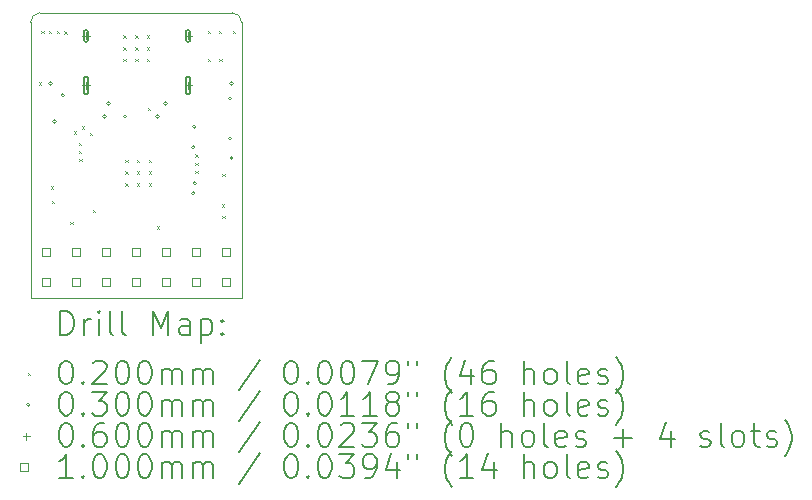
<source format=gbr>
%FSLAX45Y45*%
G04 Gerber Fmt 4.5, Leading zero omitted, Abs format (unit mm)*
G04 Created by KiCad (PCBNEW (6.0.4)) date 2022-07-06 17:37:41*
%MOMM*%
%LPD*%
G01*
G04 APERTURE LIST*
%TA.AperFunction,Profile*%
%ADD10C,0.100000*%
%TD*%
%ADD11C,0.200000*%
%ADD12C,0.020000*%
%ADD13C,0.030000*%
%ADD14C,0.060000*%
%ADD15C,0.100000*%
G04 APERTURE END LIST*
D10*
X13376000Y-6601000D02*
G75*
G03*
X13296000Y-6681000I0J-80000D01*
G01*
X15083000Y-6681000D02*
X15083000Y-9012000D01*
X15083000Y-9012000D02*
X13296000Y-9012000D01*
X15083000Y-6681000D02*
G75*
G03*
X15003000Y-6601000I-80000J0D01*
G01*
X13296000Y-9012000D02*
X13296000Y-6681000D01*
X13376000Y-6601000D02*
X15003000Y-6601000D01*
D11*
D12*
X13365000Y-7190000D02*
X13385000Y-7210000D01*
X13385000Y-7190000D02*
X13365000Y-7210000D01*
X13387500Y-6756000D02*
X13407500Y-6776000D01*
X13407500Y-6756000D02*
X13387500Y-6776000D01*
X13452500Y-6756000D02*
X13472500Y-6776000D01*
X13472500Y-6756000D02*
X13452500Y-6776000D01*
X13469000Y-8070000D02*
X13489000Y-8090000D01*
X13489000Y-8070000D02*
X13469000Y-8090000D01*
X13474000Y-8191000D02*
X13494000Y-8211000D01*
X13494000Y-8191000D02*
X13474000Y-8211000D01*
X13517500Y-6756000D02*
X13537500Y-6776000D01*
X13537500Y-6756000D02*
X13517500Y-6776000D01*
X13582500Y-6757000D02*
X13602500Y-6777000D01*
X13602500Y-6757000D02*
X13582500Y-6777000D01*
X13631000Y-8372000D02*
X13651000Y-8392000D01*
X13651000Y-8372000D02*
X13631000Y-8392000D01*
X13662000Y-7604000D02*
X13682000Y-7624000D01*
X13682000Y-7604000D02*
X13662000Y-7624000D01*
X13703000Y-7703000D02*
X13723000Y-7723000D01*
X13723000Y-7703000D02*
X13703000Y-7723000D01*
X13704000Y-7770000D02*
X13724000Y-7790000D01*
X13724000Y-7770000D02*
X13704000Y-7790000D01*
X13706950Y-7837000D02*
X13726950Y-7857000D01*
X13726950Y-7837000D02*
X13706950Y-7857000D01*
X13728000Y-7562000D02*
X13748000Y-7582000D01*
X13748000Y-7562000D02*
X13728000Y-7582000D01*
X13800000Y-7619000D02*
X13820000Y-7639000D01*
X13820000Y-7619000D02*
X13800000Y-7639000D01*
X13825000Y-8272000D02*
X13845000Y-8292000D01*
X13845000Y-8272000D02*
X13825000Y-8292000D01*
X14082500Y-6793000D02*
X14102500Y-6813000D01*
X14102500Y-6793000D02*
X14082500Y-6813000D01*
X14082500Y-6893000D02*
X14102500Y-6913000D01*
X14102500Y-6893000D02*
X14082500Y-6913000D01*
X14082500Y-6993000D02*
X14102500Y-7013000D01*
X14102500Y-6993000D02*
X14082500Y-7013000D01*
X14097000Y-7844000D02*
X14117000Y-7864000D01*
X14117000Y-7844000D02*
X14097000Y-7864000D01*
X14097000Y-7944000D02*
X14117000Y-7964000D01*
X14117000Y-7944000D02*
X14097000Y-7964000D01*
X14097000Y-8044000D02*
X14117000Y-8064000D01*
X14117000Y-8044000D02*
X14097000Y-8064000D01*
X14182500Y-6793000D02*
X14202500Y-6813000D01*
X14202500Y-6793000D02*
X14182500Y-6813000D01*
X14182500Y-6893000D02*
X14202500Y-6913000D01*
X14202500Y-6893000D02*
X14182500Y-6913000D01*
X14182500Y-6993000D02*
X14202500Y-7013000D01*
X14202500Y-6993000D02*
X14182500Y-7013000D01*
X14197000Y-7844000D02*
X14217000Y-7864000D01*
X14217000Y-7844000D02*
X14197000Y-7864000D01*
X14197000Y-7944000D02*
X14217000Y-7964000D01*
X14217000Y-7944000D02*
X14197000Y-7964000D01*
X14197000Y-8044000D02*
X14217000Y-8064000D01*
X14217000Y-8044000D02*
X14197000Y-8064000D01*
X14282500Y-6793000D02*
X14302500Y-6813000D01*
X14302500Y-6793000D02*
X14282500Y-6813000D01*
X14282500Y-6893000D02*
X14302500Y-6913000D01*
X14302500Y-6893000D02*
X14282500Y-6913000D01*
X14282500Y-6993000D02*
X14302500Y-7013000D01*
X14302500Y-6993000D02*
X14282500Y-7013000D01*
X14290000Y-7406000D02*
X14310000Y-7426000D01*
X14310000Y-7406000D02*
X14290000Y-7426000D01*
X14297000Y-7844000D02*
X14317000Y-7864000D01*
X14317000Y-7844000D02*
X14297000Y-7864000D01*
X14297000Y-7944000D02*
X14317000Y-7964000D01*
X14317000Y-7944000D02*
X14297000Y-7964000D01*
X14297000Y-8044000D02*
X14317000Y-8064000D01*
X14317000Y-8044000D02*
X14297000Y-8064000D01*
X14362000Y-8408000D02*
X14382000Y-8428000D01*
X14382000Y-8408000D02*
X14362000Y-8428000D01*
X14690000Y-7800000D02*
X14710000Y-7820000D01*
X14710000Y-7800000D02*
X14690000Y-7820000D01*
X14690000Y-7871000D02*
X14710000Y-7891000D01*
X14710000Y-7871000D02*
X14690000Y-7891000D01*
X14690000Y-7940000D02*
X14710000Y-7960000D01*
X14710000Y-7940000D02*
X14690000Y-7960000D01*
X14797000Y-6755000D02*
X14817000Y-6775000D01*
X14817000Y-6755000D02*
X14797000Y-6775000D01*
X14797000Y-6991000D02*
X14817000Y-7011000D01*
X14817000Y-6991000D02*
X14797000Y-7011000D01*
X14892000Y-6754000D02*
X14912000Y-6774000D01*
X14912000Y-6754000D02*
X14892000Y-6774000D01*
X14893000Y-6990000D02*
X14913000Y-7010000D01*
X14913000Y-6990000D02*
X14893000Y-7010000D01*
X14915000Y-8223000D02*
X14935000Y-8243000D01*
X14935000Y-8223000D02*
X14915000Y-8243000D01*
X14920000Y-7964000D02*
X14940000Y-7984000D01*
X14940000Y-7964000D02*
X14920000Y-7984000D01*
X14920000Y-8321000D02*
X14940000Y-8341000D01*
X14940000Y-8321000D02*
X14920000Y-8341000D01*
X15007000Y-6755000D02*
X15027000Y-6775000D01*
X15027000Y-6755000D02*
X15007000Y-6775000D01*
D13*
X13477500Y-7200000D02*
G75*
G03*
X13477500Y-7200000I-15000J0D01*
G01*
X13513000Y-7523000D02*
G75*
G03*
X13513000Y-7523000I-15000J0D01*
G01*
X13584000Y-7300000D02*
G75*
G03*
X13584000Y-7300000I-15000J0D01*
G01*
X13937000Y-7480000D02*
G75*
G03*
X13937000Y-7480000I-15000J0D01*
G01*
X13972000Y-7370000D02*
G75*
G03*
X13972000Y-7370000I-15000J0D01*
G01*
X14111000Y-7480000D02*
G75*
G03*
X14111000Y-7480000I-15000J0D01*
G01*
X14387000Y-7480000D02*
G75*
G03*
X14387000Y-7480000I-15000J0D01*
G01*
X14453000Y-7369000D02*
G75*
G03*
X14453000Y-7369000I-15000J0D01*
G01*
X14688000Y-7740000D02*
G75*
G03*
X14688000Y-7740000I-15000J0D01*
G01*
X14689000Y-8130000D02*
G75*
G03*
X14689000Y-8130000I-15000J0D01*
G01*
X14697000Y-7565000D02*
G75*
G03*
X14697000Y-7565000I-15000J0D01*
G01*
X14702000Y-8045000D02*
G75*
G03*
X14702000Y-8045000I-15000J0D01*
G01*
X14999000Y-7327000D02*
G75*
G03*
X14999000Y-7327000I-15000J0D01*
G01*
X14999000Y-7667000D02*
G75*
G03*
X14999000Y-7667000I-15000J0D01*
G01*
X15012000Y-7200000D02*
G75*
G03*
X15012000Y-7200000I-15000J0D01*
G01*
X15012000Y-7831000D02*
G75*
G03*
X15012000Y-7831000I-15000J0D01*
G01*
D14*
X13765000Y-6767000D02*
X13765000Y-6827000D01*
X13735000Y-6797000D02*
X13795000Y-6797000D01*
D11*
X13785000Y-6827000D02*
X13785000Y-6767000D01*
X13745000Y-6827000D02*
X13745000Y-6767000D01*
X13785000Y-6767000D02*
G75*
G03*
X13745000Y-6767000I-20000J0D01*
G01*
X13745000Y-6827000D02*
G75*
G03*
X13785000Y-6827000I20000J0D01*
G01*
D14*
X13765000Y-7185000D02*
X13765000Y-7245000D01*
X13735000Y-7215000D02*
X13795000Y-7215000D01*
D11*
X13785000Y-7270000D02*
X13785000Y-7160000D01*
X13745000Y-7270000D02*
X13745000Y-7160000D01*
X13785000Y-7160000D02*
G75*
G03*
X13745000Y-7160000I-20000J0D01*
G01*
X13745000Y-7270000D02*
G75*
G03*
X13785000Y-7270000I20000J0D01*
G01*
D14*
X14629000Y-6767000D02*
X14629000Y-6827000D01*
X14599000Y-6797000D02*
X14659000Y-6797000D01*
D11*
X14649000Y-6827000D02*
X14649000Y-6767000D01*
X14609000Y-6827000D02*
X14609000Y-6767000D01*
X14649000Y-6767000D02*
G75*
G03*
X14609000Y-6767000I-20000J0D01*
G01*
X14609000Y-6827000D02*
G75*
G03*
X14649000Y-6827000I20000J0D01*
G01*
D14*
X14629000Y-7185000D02*
X14629000Y-7245000D01*
X14599000Y-7215000D02*
X14659000Y-7215000D01*
D11*
X14649000Y-7270000D02*
X14649000Y-7160000D01*
X14609000Y-7270000D02*
X14609000Y-7160000D01*
X14649000Y-7160000D02*
G75*
G03*
X14609000Y-7160000I-20000J0D01*
G01*
X14609000Y-7270000D02*
G75*
G03*
X14649000Y-7270000I20000J0D01*
G01*
D15*
X13461856Y-8660856D02*
X13461856Y-8590144D01*
X13391144Y-8590144D01*
X13391144Y-8660856D01*
X13461856Y-8660856D01*
X13461856Y-8914856D02*
X13461856Y-8844144D01*
X13391144Y-8844144D01*
X13391144Y-8914856D01*
X13461856Y-8914856D01*
X13715856Y-8660856D02*
X13715856Y-8590144D01*
X13645144Y-8590144D01*
X13645144Y-8660856D01*
X13715856Y-8660856D01*
X13715856Y-8914856D02*
X13715856Y-8844144D01*
X13645144Y-8844144D01*
X13645144Y-8914856D01*
X13715856Y-8914856D01*
X13969856Y-8660856D02*
X13969856Y-8590144D01*
X13899144Y-8590144D01*
X13899144Y-8660856D01*
X13969856Y-8660856D01*
X13969856Y-8914856D02*
X13969856Y-8844144D01*
X13899144Y-8844144D01*
X13899144Y-8914856D01*
X13969856Y-8914856D01*
X14223856Y-8660856D02*
X14223856Y-8590144D01*
X14153144Y-8590144D01*
X14153144Y-8660856D01*
X14223856Y-8660856D01*
X14223856Y-8914856D02*
X14223856Y-8844144D01*
X14153144Y-8844144D01*
X14153144Y-8914856D01*
X14223856Y-8914856D01*
X14477856Y-8660856D02*
X14477856Y-8590144D01*
X14407144Y-8590144D01*
X14407144Y-8660856D01*
X14477856Y-8660856D01*
X14477856Y-8914856D02*
X14477856Y-8844144D01*
X14407144Y-8844144D01*
X14407144Y-8914856D01*
X14477856Y-8914856D01*
X14731856Y-8660856D02*
X14731856Y-8590144D01*
X14661144Y-8590144D01*
X14661144Y-8660856D01*
X14731856Y-8660856D01*
X14731856Y-8914856D02*
X14731856Y-8844144D01*
X14661144Y-8844144D01*
X14661144Y-8914856D01*
X14731856Y-8914856D01*
X14985856Y-8660856D02*
X14985856Y-8590144D01*
X14915144Y-8590144D01*
X14915144Y-8660856D01*
X14985856Y-8660856D01*
X14985856Y-8914856D02*
X14985856Y-8844144D01*
X14915144Y-8844144D01*
X14915144Y-8914856D01*
X14985856Y-8914856D01*
D11*
X13548619Y-9327476D02*
X13548619Y-9127476D01*
X13596238Y-9127476D01*
X13624809Y-9137000D01*
X13643857Y-9156048D01*
X13653381Y-9175095D01*
X13662905Y-9213190D01*
X13662905Y-9241762D01*
X13653381Y-9279857D01*
X13643857Y-9298905D01*
X13624809Y-9317952D01*
X13596238Y-9327476D01*
X13548619Y-9327476D01*
X13748619Y-9327476D02*
X13748619Y-9194143D01*
X13748619Y-9232238D02*
X13758143Y-9213190D01*
X13767667Y-9203667D01*
X13786714Y-9194143D01*
X13805762Y-9194143D01*
X13872428Y-9327476D02*
X13872428Y-9194143D01*
X13872428Y-9127476D02*
X13862905Y-9137000D01*
X13872428Y-9146524D01*
X13881952Y-9137000D01*
X13872428Y-9127476D01*
X13872428Y-9146524D01*
X13996238Y-9327476D02*
X13977190Y-9317952D01*
X13967667Y-9298905D01*
X13967667Y-9127476D01*
X14101000Y-9327476D02*
X14081952Y-9317952D01*
X14072428Y-9298905D01*
X14072428Y-9127476D01*
X14329571Y-9327476D02*
X14329571Y-9127476D01*
X14396238Y-9270333D01*
X14462905Y-9127476D01*
X14462905Y-9327476D01*
X14643857Y-9327476D02*
X14643857Y-9222714D01*
X14634333Y-9203667D01*
X14615286Y-9194143D01*
X14577190Y-9194143D01*
X14558143Y-9203667D01*
X14643857Y-9317952D02*
X14624809Y-9327476D01*
X14577190Y-9327476D01*
X14558143Y-9317952D01*
X14548619Y-9298905D01*
X14548619Y-9279857D01*
X14558143Y-9260810D01*
X14577190Y-9251286D01*
X14624809Y-9251286D01*
X14643857Y-9241762D01*
X14739095Y-9194143D02*
X14739095Y-9394143D01*
X14739095Y-9203667D02*
X14758143Y-9194143D01*
X14796238Y-9194143D01*
X14815286Y-9203667D01*
X14824809Y-9213190D01*
X14834333Y-9232238D01*
X14834333Y-9289381D01*
X14824809Y-9308429D01*
X14815286Y-9317952D01*
X14796238Y-9327476D01*
X14758143Y-9327476D01*
X14739095Y-9317952D01*
X14920048Y-9308429D02*
X14929571Y-9317952D01*
X14920048Y-9327476D01*
X14910524Y-9317952D01*
X14920048Y-9308429D01*
X14920048Y-9327476D01*
X14920048Y-9203667D02*
X14929571Y-9213190D01*
X14920048Y-9222714D01*
X14910524Y-9213190D01*
X14920048Y-9203667D01*
X14920048Y-9222714D01*
D12*
X13271000Y-9647000D02*
X13291000Y-9667000D01*
X13291000Y-9647000D02*
X13271000Y-9667000D01*
D11*
X13586714Y-9547476D02*
X13605762Y-9547476D01*
X13624809Y-9557000D01*
X13634333Y-9566524D01*
X13643857Y-9585571D01*
X13653381Y-9623667D01*
X13653381Y-9671286D01*
X13643857Y-9709381D01*
X13634333Y-9728429D01*
X13624809Y-9737952D01*
X13605762Y-9747476D01*
X13586714Y-9747476D01*
X13567667Y-9737952D01*
X13558143Y-9728429D01*
X13548619Y-9709381D01*
X13539095Y-9671286D01*
X13539095Y-9623667D01*
X13548619Y-9585571D01*
X13558143Y-9566524D01*
X13567667Y-9557000D01*
X13586714Y-9547476D01*
X13739095Y-9728429D02*
X13748619Y-9737952D01*
X13739095Y-9747476D01*
X13729571Y-9737952D01*
X13739095Y-9728429D01*
X13739095Y-9747476D01*
X13824809Y-9566524D02*
X13834333Y-9557000D01*
X13853381Y-9547476D01*
X13901000Y-9547476D01*
X13920048Y-9557000D01*
X13929571Y-9566524D01*
X13939095Y-9585571D01*
X13939095Y-9604619D01*
X13929571Y-9633190D01*
X13815286Y-9747476D01*
X13939095Y-9747476D01*
X14062905Y-9547476D02*
X14081952Y-9547476D01*
X14101000Y-9557000D01*
X14110524Y-9566524D01*
X14120048Y-9585571D01*
X14129571Y-9623667D01*
X14129571Y-9671286D01*
X14120048Y-9709381D01*
X14110524Y-9728429D01*
X14101000Y-9737952D01*
X14081952Y-9747476D01*
X14062905Y-9747476D01*
X14043857Y-9737952D01*
X14034333Y-9728429D01*
X14024809Y-9709381D01*
X14015286Y-9671286D01*
X14015286Y-9623667D01*
X14024809Y-9585571D01*
X14034333Y-9566524D01*
X14043857Y-9557000D01*
X14062905Y-9547476D01*
X14253381Y-9547476D02*
X14272428Y-9547476D01*
X14291476Y-9557000D01*
X14301000Y-9566524D01*
X14310524Y-9585571D01*
X14320048Y-9623667D01*
X14320048Y-9671286D01*
X14310524Y-9709381D01*
X14301000Y-9728429D01*
X14291476Y-9737952D01*
X14272428Y-9747476D01*
X14253381Y-9747476D01*
X14234333Y-9737952D01*
X14224809Y-9728429D01*
X14215286Y-9709381D01*
X14205762Y-9671286D01*
X14205762Y-9623667D01*
X14215286Y-9585571D01*
X14224809Y-9566524D01*
X14234333Y-9557000D01*
X14253381Y-9547476D01*
X14405762Y-9747476D02*
X14405762Y-9614143D01*
X14405762Y-9633190D02*
X14415286Y-9623667D01*
X14434333Y-9614143D01*
X14462905Y-9614143D01*
X14481952Y-9623667D01*
X14491476Y-9642714D01*
X14491476Y-9747476D01*
X14491476Y-9642714D02*
X14501000Y-9623667D01*
X14520048Y-9614143D01*
X14548619Y-9614143D01*
X14567667Y-9623667D01*
X14577190Y-9642714D01*
X14577190Y-9747476D01*
X14672428Y-9747476D02*
X14672428Y-9614143D01*
X14672428Y-9633190D02*
X14681952Y-9623667D01*
X14701000Y-9614143D01*
X14729571Y-9614143D01*
X14748619Y-9623667D01*
X14758143Y-9642714D01*
X14758143Y-9747476D01*
X14758143Y-9642714D02*
X14767667Y-9623667D01*
X14786714Y-9614143D01*
X14815286Y-9614143D01*
X14834333Y-9623667D01*
X14843857Y-9642714D01*
X14843857Y-9747476D01*
X15234333Y-9537952D02*
X15062905Y-9795095D01*
X15491476Y-9547476D02*
X15510524Y-9547476D01*
X15529571Y-9557000D01*
X15539095Y-9566524D01*
X15548619Y-9585571D01*
X15558143Y-9623667D01*
X15558143Y-9671286D01*
X15548619Y-9709381D01*
X15539095Y-9728429D01*
X15529571Y-9737952D01*
X15510524Y-9747476D01*
X15491476Y-9747476D01*
X15472428Y-9737952D01*
X15462905Y-9728429D01*
X15453381Y-9709381D01*
X15443857Y-9671286D01*
X15443857Y-9623667D01*
X15453381Y-9585571D01*
X15462905Y-9566524D01*
X15472428Y-9557000D01*
X15491476Y-9547476D01*
X15643857Y-9728429D02*
X15653381Y-9737952D01*
X15643857Y-9747476D01*
X15634333Y-9737952D01*
X15643857Y-9728429D01*
X15643857Y-9747476D01*
X15777190Y-9547476D02*
X15796238Y-9547476D01*
X15815286Y-9557000D01*
X15824809Y-9566524D01*
X15834333Y-9585571D01*
X15843857Y-9623667D01*
X15843857Y-9671286D01*
X15834333Y-9709381D01*
X15824809Y-9728429D01*
X15815286Y-9737952D01*
X15796238Y-9747476D01*
X15777190Y-9747476D01*
X15758143Y-9737952D01*
X15748619Y-9728429D01*
X15739095Y-9709381D01*
X15729571Y-9671286D01*
X15729571Y-9623667D01*
X15739095Y-9585571D01*
X15748619Y-9566524D01*
X15758143Y-9557000D01*
X15777190Y-9547476D01*
X15967667Y-9547476D02*
X15986714Y-9547476D01*
X16005762Y-9557000D01*
X16015286Y-9566524D01*
X16024809Y-9585571D01*
X16034333Y-9623667D01*
X16034333Y-9671286D01*
X16024809Y-9709381D01*
X16015286Y-9728429D01*
X16005762Y-9737952D01*
X15986714Y-9747476D01*
X15967667Y-9747476D01*
X15948619Y-9737952D01*
X15939095Y-9728429D01*
X15929571Y-9709381D01*
X15920048Y-9671286D01*
X15920048Y-9623667D01*
X15929571Y-9585571D01*
X15939095Y-9566524D01*
X15948619Y-9557000D01*
X15967667Y-9547476D01*
X16101000Y-9547476D02*
X16234333Y-9547476D01*
X16148619Y-9747476D01*
X16320048Y-9747476D02*
X16358143Y-9747476D01*
X16377190Y-9737952D01*
X16386714Y-9728429D01*
X16405762Y-9699857D01*
X16415286Y-9661762D01*
X16415286Y-9585571D01*
X16405762Y-9566524D01*
X16396238Y-9557000D01*
X16377190Y-9547476D01*
X16339095Y-9547476D01*
X16320048Y-9557000D01*
X16310524Y-9566524D01*
X16301000Y-9585571D01*
X16301000Y-9633190D01*
X16310524Y-9652238D01*
X16320048Y-9661762D01*
X16339095Y-9671286D01*
X16377190Y-9671286D01*
X16396238Y-9661762D01*
X16405762Y-9652238D01*
X16415286Y-9633190D01*
X16491476Y-9547476D02*
X16491476Y-9585571D01*
X16567667Y-9547476D02*
X16567667Y-9585571D01*
X16862905Y-9823667D02*
X16853381Y-9814143D01*
X16834333Y-9785571D01*
X16824810Y-9766524D01*
X16815286Y-9737952D01*
X16805762Y-9690333D01*
X16805762Y-9652238D01*
X16815286Y-9604619D01*
X16824810Y-9576048D01*
X16834333Y-9557000D01*
X16853381Y-9528429D01*
X16862905Y-9518905D01*
X17024810Y-9614143D02*
X17024810Y-9747476D01*
X16977190Y-9537952D02*
X16929571Y-9680810D01*
X17053381Y-9680810D01*
X17215286Y-9547476D02*
X17177190Y-9547476D01*
X17158143Y-9557000D01*
X17148619Y-9566524D01*
X17129571Y-9595095D01*
X17120048Y-9633190D01*
X17120048Y-9709381D01*
X17129571Y-9728429D01*
X17139095Y-9737952D01*
X17158143Y-9747476D01*
X17196238Y-9747476D01*
X17215286Y-9737952D01*
X17224810Y-9728429D01*
X17234333Y-9709381D01*
X17234333Y-9661762D01*
X17224810Y-9642714D01*
X17215286Y-9633190D01*
X17196238Y-9623667D01*
X17158143Y-9623667D01*
X17139095Y-9633190D01*
X17129571Y-9642714D01*
X17120048Y-9661762D01*
X17472429Y-9747476D02*
X17472429Y-9547476D01*
X17558143Y-9747476D02*
X17558143Y-9642714D01*
X17548619Y-9623667D01*
X17529571Y-9614143D01*
X17501000Y-9614143D01*
X17481952Y-9623667D01*
X17472429Y-9633190D01*
X17681952Y-9747476D02*
X17662905Y-9737952D01*
X17653381Y-9728429D01*
X17643857Y-9709381D01*
X17643857Y-9652238D01*
X17653381Y-9633190D01*
X17662905Y-9623667D01*
X17681952Y-9614143D01*
X17710524Y-9614143D01*
X17729571Y-9623667D01*
X17739095Y-9633190D01*
X17748619Y-9652238D01*
X17748619Y-9709381D01*
X17739095Y-9728429D01*
X17729571Y-9737952D01*
X17710524Y-9747476D01*
X17681952Y-9747476D01*
X17862905Y-9747476D02*
X17843857Y-9737952D01*
X17834333Y-9718905D01*
X17834333Y-9547476D01*
X18015286Y-9737952D02*
X17996238Y-9747476D01*
X17958143Y-9747476D01*
X17939095Y-9737952D01*
X17929571Y-9718905D01*
X17929571Y-9642714D01*
X17939095Y-9623667D01*
X17958143Y-9614143D01*
X17996238Y-9614143D01*
X18015286Y-9623667D01*
X18024810Y-9642714D01*
X18024810Y-9661762D01*
X17929571Y-9680810D01*
X18101000Y-9737952D02*
X18120048Y-9747476D01*
X18158143Y-9747476D01*
X18177190Y-9737952D01*
X18186714Y-9718905D01*
X18186714Y-9709381D01*
X18177190Y-9690333D01*
X18158143Y-9680810D01*
X18129571Y-9680810D01*
X18110524Y-9671286D01*
X18101000Y-9652238D01*
X18101000Y-9642714D01*
X18110524Y-9623667D01*
X18129571Y-9614143D01*
X18158143Y-9614143D01*
X18177190Y-9623667D01*
X18253381Y-9823667D02*
X18262905Y-9814143D01*
X18281952Y-9785571D01*
X18291476Y-9766524D01*
X18301000Y-9737952D01*
X18310524Y-9690333D01*
X18310524Y-9652238D01*
X18301000Y-9604619D01*
X18291476Y-9576048D01*
X18281952Y-9557000D01*
X18262905Y-9528429D01*
X18253381Y-9518905D01*
D13*
X13291000Y-9921000D02*
G75*
G03*
X13291000Y-9921000I-15000J0D01*
G01*
D11*
X13586714Y-9811476D02*
X13605762Y-9811476D01*
X13624809Y-9821000D01*
X13634333Y-9830524D01*
X13643857Y-9849571D01*
X13653381Y-9887667D01*
X13653381Y-9935286D01*
X13643857Y-9973381D01*
X13634333Y-9992429D01*
X13624809Y-10001952D01*
X13605762Y-10011476D01*
X13586714Y-10011476D01*
X13567667Y-10001952D01*
X13558143Y-9992429D01*
X13548619Y-9973381D01*
X13539095Y-9935286D01*
X13539095Y-9887667D01*
X13548619Y-9849571D01*
X13558143Y-9830524D01*
X13567667Y-9821000D01*
X13586714Y-9811476D01*
X13739095Y-9992429D02*
X13748619Y-10001952D01*
X13739095Y-10011476D01*
X13729571Y-10001952D01*
X13739095Y-9992429D01*
X13739095Y-10011476D01*
X13815286Y-9811476D02*
X13939095Y-9811476D01*
X13872428Y-9887667D01*
X13901000Y-9887667D01*
X13920048Y-9897190D01*
X13929571Y-9906714D01*
X13939095Y-9925762D01*
X13939095Y-9973381D01*
X13929571Y-9992429D01*
X13920048Y-10001952D01*
X13901000Y-10011476D01*
X13843857Y-10011476D01*
X13824809Y-10001952D01*
X13815286Y-9992429D01*
X14062905Y-9811476D02*
X14081952Y-9811476D01*
X14101000Y-9821000D01*
X14110524Y-9830524D01*
X14120048Y-9849571D01*
X14129571Y-9887667D01*
X14129571Y-9935286D01*
X14120048Y-9973381D01*
X14110524Y-9992429D01*
X14101000Y-10001952D01*
X14081952Y-10011476D01*
X14062905Y-10011476D01*
X14043857Y-10001952D01*
X14034333Y-9992429D01*
X14024809Y-9973381D01*
X14015286Y-9935286D01*
X14015286Y-9887667D01*
X14024809Y-9849571D01*
X14034333Y-9830524D01*
X14043857Y-9821000D01*
X14062905Y-9811476D01*
X14253381Y-9811476D02*
X14272428Y-9811476D01*
X14291476Y-9821000D01*
X14301000Y-9830524D01*
X14310524Y-9849571D01*
X14320048Y-9887667D01*
X14320048Y-9935286D01*
X14310524Y-9973381D01*
X14301000Y-9992429D01*
X14291476Y-10001952D01*
X14272428Y-10011476D01*
X14253381Y-10011476D01*
X14234333Y-10001952D01*
X14224809Y-9992429D01*
X14215286Y-9973381D01*
X14205762Y-9935286D01*
X14205762Y-9887667D01*
X14215286Y-9849571D01*
X14224809Y-9830524D01*
X14234333Y-9821000D01*
X14253381Y-9811476D01*
X14405762Y-10011476D02*
X14405762Y-9878143D01*
X14405762Y-9897190D02*
X14415286Y-9887667D01*
X14434333Y-9878143D01*
X14462905Y-9878143D01*
X14481952Y-9887667D01*
X14491476Y-9906714D01*
X14491476Y-10011476D01*
X14491476Y-9906714D02*
X14501000Y-9887667D01*
X14520048Y-9878143D01*
X14548619Y-9878143D01*
X14567667Y-9887667D01*
X14577190Y-9906714D01*
X14577190Y-10011476D01*
X14672428Y-10011476D02*
X14672428Y-9878143D01*
X14672428Y-9897190D02*
X14681952Y-9887667D01*
X14701000Y-9878143D01*
X14729571Y-9878143D01*
X14748619Y-9887667D01*
X14758143Y-9906714D01*
X14758143Y-10011476D01*
X14758143Y-9906714D02*
X14767667Y-9887667D01*
X14786714Y-9878143D01*
X14815286Y-9878143D01*
X14834333Y-9887667D01*
X14843857Y-9906714D01*
X14843857Y-10011476D01*
X15234333Y-9801952D02*
X15062905Y-10059095D01*
X15491476Y-9811476D02*
X15510524Y-9811476D01*
X15529571Y-9821000D01*
X15539095Y-9830524D01*
X15548619Y-9849571D01*
X15558143Y-9887667D01*
X15558143Y-9935286D01*
X15548619Y-9973381D01*
X15539095Y-9992429D01*
X15529571Y-10001952D01*
X15510524Y-10011476D01*
X15491476Y-10011476D01*
X15472428Y-10001952D01*
X15462905Y-9992429D01*
X15453381Y-9973381D01*
X15443857Y-9935286D01*
X15443857Y-9887667D01*
X15453381Y-9849571D01*
X15462905Y-9830524D01*
X15472428Y-9821000D01*
X15491476Y-9811476D01*
X15643857Y-9992429D02*
X15653381Y-10001952D01*
X15643857Y-10011476D01*
X15634333Y-10001952D01*
X15643857Y-9992429D01*
X15643857Y-10011476D01*
X15777190Y-9811476D02*
X15796238Y-9811476D01*
X15815286Y-9821000D01*
X15824809Y-9830524D01*
X15834333Y-9849571D01*
X15843857Y-9887667D01*
X15843857Y-9935286D01*
X15834333Y-9973381D01*
X15824809Y-9992429D01*
X15815286Y-10001952D01*
X15796238Y-10011476D01*
X15777190Y-10011476D01*
X15758143Y-10001952D01*
X15748619Y-9992429D01*
X15739095Y-9973381D01*
X15729571Y-9935286D01*
X15729571Y-9887667D01*
X15739095Y-9849571D01*
X15748619Y-9830524D01*
X15758143Y-9821000D01*
X15777190Y-9811476D01*
X16034333Y-10011476D02*
X15920048Y-10011476D01*
X15977190Y-10011476D02*
X15977190Y-9811476D01*
X15958143Y-9840048D01*
X15939095Y-9859095D01*
X15920048Y-9868619D01*
X16224809Y-10011476D02*
X16110524Y-10011476D01*
X16167667Y-10011476D02*
X16167667Y-9811476D01*
X16148619Y-9840048D01*
X16129571Y-9859095D01*
X16110524Y-9868619D01*
X16339095Y-9897190D02*
X16320048Y-9887667D01*
X16310524Y-9878143D01*
X16301000Y-9859095D01*
X16301000Y-9849571D01*
X16310524Y-9830524D01*
X16320048Y-9821000D01*
X16339095Y-9811476D01*
X16377190Y-9811476D01*
X16396238Y-9821000D01*
X16405762Y-9830524D01*
X16415286Y-9849571D01*
X16415286Y-9859095D01*
X16405762Y-9878143D01*
X16396238Y-9887667D01*
X16377190Y-9897190D01*
X16339095Y-9897190D01*
X16320048Y-9906714D01*
X16310524Y-9916238D01*
X16301000Y-9935286D01*
X16301000Y-9973381D01*
X16310524Y-9992429D01*
X16320048Y-10001952D01*
X16339095Y-10011476D01*
X16377190Y-10011476D01*
X16396238Y-10001952D01*
X16405762Y-9992429D01*
X16415286Y-9973381D01*
X16415286Y-9935286D01*
X16405762Y-9916238D01*
X16396238Y-9906714D01*
X16377190Y-9897190D01*
X16491476Y-9811476D02*
X16491476Y-9849571D01*
X16567667Y-9811476D02*
X16567667Y-9849571D01*
X16862905Y-10087667D02*
X16853381Y-10078143D01*
X16834333Y-10049571D01*
X16824810Y-10030524D01*
X16815286Y-10001952D01*
X16805762Y-9954333D01*
X16805762Y-9916238D01*
X16815286Y-9868619D01*
X16824810Y-9840048D01*
X16834333Y-9821000D01*
X16853381Y-9792429D01*
X16862905Y-9782905D01*
X17043857Y-10011476D02*
X16929571Y-10011476D01*
X16986714Y-10011476D02*
X16986714Y-9811476D01*
X16967667Y-9840048D01*
X16948619Y-9859095D01*
X16929571Y-9868619D01*
X17215286Y-9811476D02*
X17177190Y-9811476D01*
X17158143Y-9821000D01*
X17148619Y-9830524D01*
X17129571Y-9859095D01*
X17120048Y-9897190D01*
X17120048Y-9973381D01*
X17129571Y-9992429D01*
X17139095Y-10001952D01*
X17158143Y-10011476D01*
X17196238Y-10011476D01*
X17215286Y-10001952D01*
X17224810Y-9992429D01*
X17234333Y-9973381D01*
X17234333Y-9925762D01*
X17224810Y-9906714D01*
X17215286Y-9897190D01*
X17196238Y-9887667D01*
X17158143Y-9887667D01*
X17139095Y-9897190D01*
X17129571Y-9906714D01*
X17120048Y-9925762D01*
X17472429Y-10011476D02*
X17472429Y-9811476D01*
X17558143Y-10011476D02*
X17558143Y-9906714D01*
X17548619Y-9887667D01*
X17529571Y-9878143D01*
X17501000Y-9878143D01*
X17481952Y-9887667D01*
X17472429Y-9897190D01*
X17681952Y-10011476D02*
X17662905Y-10001952D01*
X17653381Y-9992429D01*
X17643857Y-9973381D01*
X17643857Y-9916238D01*
X17653381Y-9897190D01*
X17662905Y-9887667D01*
X17681952Y-9878143D01*
X17710524Y-9878143D01*
X17729571Y-9887667D01*
X17739095Y-9897190D01*
X17748619Y-9916238D01*
X17748619Y-9973381D01*
X17739095Y-9992429D01*
X17729571Y-10001952D01*
X17710524Y-10011476D01*
X17681952Y-10011476D01*
X17862905Y-10011476D02*
X17843857Y-10001952D01*
X17834333Y-9982905D01*
X17834333Y-9811476D01*
X18015286Y-10001952D02*
X17996238Y-10011476D01*
X17958143Y-10011476D01*
X17939095Y-10001952D01*
X17929571Y-9982905D01*
X17929571Y-9906714D01*
X17939095Y-9887667D01*
X17958143Y-9878143D01*
X17996238Y-9878143D01*
X18015286Y-9887667D01*
X18024810Y-9906714D01*
X18024810Y-9925762D01*
X17929571Y-9944810D01*
X18101000Y-10001952D02*
X18120048Y-10011476D01*
X18158143Y-10011476D01*
X18177190Y-10001952D01*
X18186714Y-9982905D01*
X18186714Y-9973381D01*
X18177190Y-9954333D01*
X18158143Y-9944810D01*
X18129571Y-9944810D01*
X18110524Y-9935286D01*
X18101000Y-9916238D01*
X18101000Y-9906714D01*
X18110524Y-9887667D01*
X18129571Y-9878143D01*
X18158143Y-9878143D01*
X18177190Y-9887667D01*
X18253381Y-10087667D02*
X18262905Y-10078143D01*
X18281952Y-10049571D01*
X18291476Y-10030524D01*
X18301000Y-10001952D01*
X18310524Y-9954333D01*
X18310524Y-9916238D01*
X18301000Y-9868619D01*
X18291476Y-9840048D01*
X18281952Y-9821000D01*
X18262905Y-9792429D01*
X18253381Y-9782905D01*
D14*
X13261000Y-10155000D02*
X13261000Y-10215000D01*
X13231000Y-10185000D02*
X13291000Y-10185000D01*
D11*
X13586714Y-10075476D02*
X13605762Y-10075476D01*
X13624809Y-10085000D01*
X13634333Y-10094524D01*
X13643857Y-10113571D01*
X13653381Y-10151667D01*
X13653381Y-10199286D01*
X13643857Y-10237381D01*
X13634333Y-10256429D01*
X13624809Y-10265952D01*
X13605762Y-10275476D01*
X13586714Y-10275476D01*
X13567667Y-10265952D01*
X13558143Y-10256429D01*
X13548619Y-10237381D01*
X13539095Y-10199286D01*
X13539095Y-10151667D01*
X13548619Y-10113571D01*
X13558143Y-10094524D01*
X13567667Y-10085000D01*
X13586714Y-10075476D01*
X13739095Y-10256429D02*
X13748619Y-10265952D01*
X13739095Y-10275476D01*
X13729571Y-10265952D01*
X13739095Y-10256429D01*
X13739095Y-10275476D01*
X13920048Y-10075476D02*
X13881952Y-10075476D01*
X13862905Y-10085000D01*
X13853381Y-10094524D01*
X13834333Y-10123095D01*
X13824809Y-10161190D01*
X13824809Y-10237381D01*
X13834333Y-10256429D01*
X13843857Y-10265952D01*
X13862905Y-10275476D01*
X13901000Y-10275476D01*
X13920048Y-10265952D01*
X13929571Y-10256429D01*
X13939095Y-10237381D01*
X13939095Y-10189762D01*
X13929571Y-10170714D01*
X13920048Y-10161190D01*
X13901000Y-10151667D01*
X13862905Y-10151667D01*
X13843857Y-10161190D01*
X13834333Y-10170714D01*
X13824809Y-10189762D01*
X14062905Y-10075476D02*
X14081952Y-10075476D01*
X14101000Y-10085000D01*
X14110524Y-10094524D01*
X14120048Y-10113571D01*
X14129571Y-10151667D01*
X14129571Y-10199286D01*
X14120048Y-10237381D01*
X14110524Y-10256429D01*
X14101000Y-10265952D01*
X14081952Y-10275476D01*
X14062905Y-10275476D01*
X14043857Y-10265952D01*
X14034333Y-10256429D01*
X14024809Y-10237381D01*
X14015286Y-10199286D01*
X14015286Y-10151667D01*
X14024809Y-10113571D01*
X14034333Y-10094524D01*
X14043857Y-10085000D01*
X14062905Y-10075476D01*
X14253381Y-10075476D02*
X14272428Y-10075476D01*
X14291476Y-10085000D01*
X14301000Y-10094524D01*
X14310524Y-10113571D01*
X14320048Y-10151667D01*
X14320048Y-10199286D01*
X14310524Y-10237381D01*
X14301000Y-10256429D01*
X14291476Y-10265952D01*
X14272428Y-10275476D01*
X14253381Y-10275476D01*
X14234333Y-10265952D01*
X14224809Y-10256429D01*
X14215286Y-10237381D01*
X14205762Y-10199286D01*
X14205762Y-10151667D01*
X14215286Y-10113571D01*
X14224809Y-10094524D01*
X14234333Y-10085000D01*
X14253381Y-10075476D01*
X14405762Y-10275476D02*
X14405762Y-10142143D01*
X14405762Y-10161190D02*
X14415286Y-10151667D01*
X14434333Y-10142143D01*
X14462905Y-10142143D01*
X14481952Y-10151667D01*
X14491476Y-10170714D01*
X14491476Y-10275476D01*
X14491476Y-10170714D02*
X14501000Y-10151667D01*
X14520048Y-10142143D01*
X14548619Y-10142143D01*
X14567667Y-10151667D01*
X14577190Y-10170714D01*
X14577190Y-10275476D01*
X14672428Y-10275476D02*
X14672428Y-10142143D01*
X14672428Y-10161190D02*
X14681952Y-10151667D01*
X14701000Y-10142143D01*
X14729571Y-10142143D01*
X14748619Y-10151667D01*
X14758143Y-10170714D01*
X14758143Y-10275476D01*
X14758143Y-10170714D02*
X14767667Y-10151667D01*
X14786714Y-10142143D01*
X14815286Y-10142143D01*
X14834333Y-10151667D01*
X14843857Y-10170714D01*
X14843857Y-10275476D01*
X15234333Y-10065952D02*
X15062905Y-10323095D01*
X15491476Y-10075476D02*
X15510524Y-10075476D01*
X15529571Y-10085000D01*
X15539095Y-10094524D01*
X15548619Y-10113571D01*
X15558143Y-10151667D01*
X15558143Y-10199286D01*
X15548619Y-10237381D01*
X15539095Y-10256429D01*
X15529571Y-10265952D01*
X15510524Y-10275476D01*
X15491476Y-10275476D01*
X15472428Y-10265952D01*
X15462905Y-10256429D01*
X15453381Y-10237381D01*
X15443857Y-10199286D01*
X15443857Y-10151667D01*
X15453381Y-10113571D01*
X15462905Y-10094524D01*
X15472428Y-10085000D01*
X15491476Y-10075476D01*
X15643857Y-10256429D02*
X15653381Y-10265952D01*
X15643857Y-10275476D01*
X15634333Y-10265952D01*
X15643857Y-10256429D01*
X15643857Y-10275476D01*
X15777190Y-10075476D02*
X15796238Y-10075476D01*
X15815286Y-10085000D01*
X15824809Y-10094524D01*
X15834333Y-10113571D01*
X15843857Y-10151667D01*
X15843857Y-10199286D01*
X15834333Y-10237381D01*
X15824809Y-10256429D01*
X15815286Y-10265952D01*
X15796238Y-10275476D01*
X15777190Y-10275476D01*
X15758143Y-10265952D01*
X15748619Y-10256429D01*
X15739095Y-10237381D01*
X15729571Y-10199286D01*
X15729571Y-10151667D01*
X15739095Y-10113571D01*
X15748619Y-10094524D01*
X15758143Y-10085000D01*
X15777190Y-10075476D01*
X15920048Y-10094524D02*
X15929571Y-10085000D01*
X15948619Y-10075476D01*
X15996238Y-10075476D01*
X16015286Y-10085000D01*
X16024809Y-10094524D01*
X16034333Y-10113571D01*
X16034333Y-10132619D01*
X16024809Y-10161190D01*
X15910524Y-10275476D01*
X16034333Y-10275476D01*
X16101000Y-10075476D02*
X16224809Y-10075476D01*
X16158143Y-10151667D01*
X16186714Y-10151667D01*
X16205762Y-10161190D01*
X16215286Y-10170714D01*
X16224809Y-10189762D01*
X16224809Y-10237381D01*
X16215286Y-10256429D01*
X16205762Y-10265952D01*
X16186714Y-10275476D01*
X16129571Y-10275476D01*
X16110524Y-10265952D01*
X16101000Y-10256429D01*
X16396238Y-10075476D02*
X16358143Y-10075476D01*
X16339095Y-10085000D01*
X16329571Y-10094524D01*
X16310524Y-10123095D01*
X16301000Y-10161190D01*
X16301000Y-10237381D01*
X16310524Y-10256429D01*
X16320048Y-10265952D01*
X16339095Y-10275476D01*
X16377190Y-10275476D01*
X16396238Y-10265952D01*
X16405762Y-10256429D01*
X16415286Y-10237381D01*
X16415286Y-10189762D01*
X16405762Y-10170714D01*
X16396238Y-10161190D01*
X16377190Y-10151667D01*
X16339095Y-10151667D01*
X16320048Y-10161190D01*
X16310524Y-10170714D01*
X16301000Y-10189762D01*
X16491476Y-10075476D02*
X16491476Y-10113571D01*
X16567667Y-10075476D02*
X16567667Y-10113571D01*
X16862905Y-10351667D02*
X16853381Y-10342143D01*
X16834333Y-10313571D01*
X16824810Y-10294524D01*
X16815286Y-10265952D01*
X16805762Y-10218333D01*
X16805762Y-10180238D01*
X16815286Y-10132619D01*
X16824810Y-10104048D01*
X16834333Y-10085000D01*
X16853381Y-10056429D01*
X16862905Y-10046905D01*
X16977190Y-10075476D02*
X16996238Y-10075476D01*
X17015286Y-10085000D01*
X17024810Y-10094524D01*
X17034333Y-10113571D01*
X17043857Y-10151667D01*
X17043857Y-10199286D01*
X17034333Y-10237381D01*
X17024810Y-10256429D01*
X17015286Y-10265952D01*
X16996238Y-10275476D01*
X16977190Y-10275476D01*
X16958143Y-10265952D01*
X16948619Y-10256429D01*
X16939095Y-10237381D01*
X16929571Y-10199286D01*
X16929571Y-10151667D01*
X16939095Y-10113571D01*
X16948619Y-10094524D01*
X16958143Y-10085000D01*
X16977190Y-10075476D01*
X17281952Y-10275476D02*
X17281952Y-10075476D01*
X17367667Y-10275476D02*
X17367667Y-10170714D01*
X17358143Y-10151667D01*
X17339095Y-10142143D01*
X17310524Y-10142143D01*
X17291476Y-10151667D01*
X17281952Y-10161190D01*
X17491476Y-10275476D02*
X17472429Y-10265952D01*
X17462905Y-10256429D01*
X17453381Y-10237381D01*
X17453381Y-10180238D01*
X17462905Y-10161190D01*
X17472429Y-10151667D01*
X17491476Y-10142143D01*
X17520048Y-10142143D01*
X17539095Y-10151667D01*
X17548619Y-10161190D01*
X17558143Y-10180238D01*
X17558143Y-10237381D01*
X17548619Y-10256429D01*
X17539095Y-10265952D01*
X17520048Y-10275476D01*
X17491476Y-10275476D01*
X17672429Y-10275476D02*
X17653381Y-10265952D01*
X17643857Y-10246905D01*
X17643857Y-10075476D01*
X17824810Y-10265952D02*
X17805762Y-10275476D01*
X17767667Y-10275476D01*
X17748619Y-10265952D01*
X17739095Y-10246905D01*
X17739095Y-10170714D01*
X17748619Y-10151667D01*
X17767667Y-10142143D01*
X17805762Y-10142143D01*
X17824810Y-10151667D01*
X17834333Y-10170714D01*
X17834333Y-10189762D01*
X17739095Y-10208810D01*
X17910524Y-10265952D02*
X17929571Y-10275476D01*
X17967667Y-10275476D01*
X17986714Y-10265952D01*
X17996238Y-10246905D01*
X17996238Y-10237381D01*
X17986714Y-10218333D01*
X17967667Y-10208810D01*
X17939095Y-10208810D01*
X17920048Y-10199286D01*
X17910524Y-10180238D01*
X17910524Y-10170714D01*
X17920048Y-10151667D01*
X17939095Y-10142143D01*
X17967667Y-10142143D01*
X17986714Y-10151667D01*
X18234333Y-10199286D02*
X18386714Y-10199286D01*
X18310524Y-10275476D02*
X18310524Y-10123095D01*
X18720048Y-10142143D02*
X18720048Y-10275476D01*
X18672429Y-10065952D02*
X18624810Y-10208810D01*
X18748619Y-10208810D01*
X18967667Y-10265952D02*
X18986714Y-10275476D01*
X19024810Y-10275476D01*
X19043857Y-10265952D01*
X19053381Y-10246905D01*
X19053381Y-10237381D01*
X19043857Y-10218333D01*
X19024810Y-10208810D01*
X18996238Y-10208810D01*
X18977190Y-10199286D01*
X18967667Y-10180238D01*
X18967667Y-10170714D01*
X18977190Y-10151667D01*
X18996238Y-10142143D01*
X19024810Y-10142143D01*
X19043857Y-10151667D01*
X19167667Y-10275476D02*
X19148619Y-10265952D01*
X19139095Y-10246905D01*
X19139095Y-10075476D01*
X19272429Y-10275476D02*
X19253381Y-10265952D01*
X19243857Y-10256429D01*
X19234333Y-10237381D01*
X19234333Y-10180238D01*
X19243857Y-10161190D01*
X19253381Y-10151667D01*
X19272429Y-10142143D01*
X19301000Y-10142143D01*
X19320048Y-10151667D01*
X19329571Y-10161190D01*
X19339095Y-10180238D01*
X19339095Y-10237381D01*
X19329571Y-10256429D01*
X19320048Y-10265952D01*
X19301000Y-10275476D01*
X19272429Y-10275476D01*
X19396238Y-10142143D02*
X19472429Y-10142143D01*
X19424810Y-10075476D02*
X19424810Y-10246905D01*
X19434333Y-10265952D01*
X19453381Y-10275476D01*
X19472429Y-10275476D01*
X19529571Y-10265952D02*
X19548619Y-10275476D01*
X19586714Y-10275476D01*
X19605762Y-10265952D01*
X19615286Y-10246905D01*
X19615286Y-10237381D01*
X19605762Y-10218333D01*
X19586714Y-10208810D01*
X19558143Y-10208810D01*
X19539095Y-10199286D01*
X19529571Y-10180238D01*
X19529571Y-10170714D01*
X19539095Y-10151667D01*
X19558143Y-10142143D01*
X19586714Y-10142143D01*
X19605762Y-10151667D01*
X19681952Y-10351667D02*
X19691476Y-10342143D01*
X19710524Y-10313571D01*
X19720048Y-10294524D01*
X19729571Y-10265952D01*
X19739095Y-10218333D01*
X19739095Y-10180238D01*
X19729571Y-10132619D01*
X19720048Y-10104048D01*
X19710524Y-10085000D01*
X19691476Y-10056429D01*
X19681952Y-10046905D01*
D15*
X13276356Y-10484356D02*
X13276356Y-10413644D01*
X13205644Y-10413644D01*
X13205644Y-10484356D01*
X13276356Y-10484356D01*
D11*
X13653381Y-10539476D02*
X13539095Y-10539476D01*
X13596238Y-10539476D02*
X13596238Y-10339476D01*
X13577190Y-10368048D01*
X13558143Y-10387095D01*
X13539095Y-10396619D01*
X13739095Y-10520429D02*
X13748619Y-10529952D01*
X13739095Y-10539476D01*
X13729571Y-10529952D01*
X13739095Y-10520429D01*
X13739095Y-10539476D01*
X13872428Y-10339476D02*
X13891476Y-10339476D01*
X13910524Y-10349000D01*
X13920048Y-10358524D01*
X13929571Y-10377571D01*
X13939095Y-10415667D01*
X13939095Y-10463286D01*
X13929571Y-10501381D01*
X13920048Y-10520429D01*
X13910524Y-10529952D01*
X13891476Y-10539476D01*
X13872428Y-10539476D01*
X13853381Y-10529952D01*
X13843857Y-10520429D01*
X13834333Y-10501381D01*
X13824809Y-10463286D01*
X13824809Y-10415667D01*
X13834333Y-10377571D01*
X13843857Y-10358524D01*
X13853381Y-10349000D01*
X13872428Y-10339476D01*
X14062905Y-10339476D02*
X14081952Y-10339476D01*
X14101000Y-10349000D01*
X14110524Y-10358524D01*
X14120048Y-10377571D01*
X14129571Y-10415667D01*
X14129571Y-10463286D01*
X14120048Y-10501381D01*
X14110524Y-10520429D01*
X14101000Y-10529952D01*
X14081952Y-10539476D01*
X14062905Y-10539476D01*
X14043857Y-10529952D01*
X14034333Y-10520429D01*
X14024809Y-10501381D01*
X14015286Y-10463286D01*
X14015286Y-10415667D01*
X14024809Y-10377571D01*
X14034333Y-10358524D01*
X14043857Y-10349000D01*
X14062905Y-10339476D01*
X14253381Y-10339476D02*
X14272428Y-10339476D01*
X14291476Y-10349000D01*
X14301000Y-10358524D01*
X14310524Y-10377571D01*
X14320048Y-10415667D01*
X14320048Y-10463286D01*
X14310524Y-10501381D01*
X14301000Y-10520429D01*
X14291476Y-10529952D01*
X14272428Y-10539476D01*
X14253381Y-10539476D01*
X14234333Y-10529952D01*
X14224809Y-10520429D01*
X14215286Y-10501381D01*
X14205762Y-10463286D01*
X14205762Y-10415667D01*
X14215286Y-10377571D01*
X14224809Y-10358524D01*
X14234333Y-10349000D01*
X14253381Y-10339476D01*
X14405762Y-10539476D02*
X14405762Y-10406143D01*
X14405762Y-10425190D02*
X14415286Y-10415667D01*
X14434333Y-10406143D01*
X14462905Y-10406143D01*
X14481952Y-10415667D01*
X14491476Y-10434714D01*
X14491476Y-10539476D01*
X14491476Y-10434714D02*
X14501000Y-10415667D01*
X14520048Y-10406143D01*
X14548619Y-10406143D01*
X14567667Y-10415667D01*
X14577190Y-10434714D01*
X14577190Y-10539476D01*
X14672428Y-10539476D02*
X14672428Y-10406143D01*
X14672428Y-10425190D02*
X14681952Y-10415667D01*
X14701000Y-10406143D01*
X14729571Y-10406143D01*
X14748619Y-10415667D01*
X14758143Y-10434714D01*
X14758143Y-10539476D01*
X14758143Y-10434714D02*
X14767667Y-10415667D01*
X14786714Y-10406143D01*
X14815286Y-10406143D01*
X14834333Y-10415667D01*
X14843857Y-10434714D01*
X14843857Y-10539476D01*
X15234333Y-10329952D02*
X15062905Y-10587095D01*
X15491476Y-10339476D02*
X15510524Y-10339476D01*
X15529571Y-10349000D01*
X15539095Y-10358524D01*
X15548619Y-10377571D01*
X15558143Y-10415667D01*
X15558143Y-10463286D01*
X15548619Y-10501381D01*
X15539095Y-10520429D01*
X15529571Y-10529952D01*
X15510524Y-10539476D01*
X15491476Y-10539476D01*
X15472428Y-10529952D01*
X15462905Y-10520429D01*
X15453381Y-10501381D01*
X15443857Y-10463286D01*
X15443857Y-10415667D01*
X15453381Y-10377571D01*
X15462905Y-10358524D01*
X15472428Y-10349000D01*
X15491476Y-10339476D01*
X15643857Y-10520429D02*
X15653381Y-10529952D01*
X15643857Y-10539476D01*
X15634333Y-10529952D01*
X15643857Y-10520429D01*
X15643857Y-10539476D01*
X15777190Y-10339476D02*
X15796238Y-10339476D01*
X15815286Y-10349000D01*
X15824809Y-10358524D01*
X15834333Y-10377571D01*
X15843857Y-10415667D01*
X15843857Y-10463286D01*
X15834333Y-10501381D01*
X15824809Y-10520429D01*
X15815286Y-10529952D01*
X15796238Y-10539476D01*
X15777190Y-10539476D01*
X15758143Y-10529952D01*
X15748619Y-10520429D01*
X15739095Y-10501381D01*
X15729571Y-10463286D01*
X15729571Y-10415667D01*
X15739095Y-10377571D01*
X15748619Y-10358524D01*
X15758143Y-10349000D01*
X15777190Y-10339476D01*
X15910524Y-10339476D02*
X16034333Y-10339476D01*
X15967667Y-10415667D01*
X15996238Y-10415667D01*
X16015286Y-10425190D01*
X16024809Y-10434714D01*
X16034333Y-10453762D01*
X16034333Y-10501381D01*
X16024809Y-10520429D01*
X16015286Y-10529952D01*
X15996238Y-10539476D01*
X15939095Y-10539476D01*
X15920048Y-10529952D01*
X15910524Y-10520429D01*
X16129571Y-10539476D02*
X16167667Y-10539476D01*
X16186714Y-10529952D01*
X16196238Y-10520429D01*
X16215286Y-10491857D01*
X16224809Y-10453762D01*
X16224809Y-10377571D01*
X16215286Y-10358524D01*
X16205762Y-10349000D01*
X16186714Y-10339476D01*
X16148619Y-10339476D01*
X16129571Y-10349000D01*
X16120048Y-10358524D01*
X16110524Y-10377571D01*
X16110524Y-10425190D01*
X16120048Y-10444238D01*
X16129571Y-10453762D01*
X16148619Y-10463286D01*
X16186714Y-10463286D01*
X16205762Y-10453762D01*
X16215286Y-10444238D01*
X16224809Y-10425190D01*
X16396238Y-10406143D02*
X16396238Y-10539476D01*
X16348619Y-10329952D02*
X16301000Y-10472810D01*
X16424809Y-10472810D01*
X16491476Y-10339476D02*
X16491476Y-10377571D01*
X16567667Y-10339476D02*
X16567667Y-10377571D01*
X16862905Y-10615667D02*
X16853381Y-10606143D01*
X16834333Y-10577571D01*
X16824810Y-10558524D01*
X16815286Y-10529952D01*
X16805762Y-10482333D01*
X16805762Y-10444238D01*
X16815286Y-10396619D01*
X16824810Y-10368048D01*
X16834333Y-10349000D01*
X16853381Y-10320429D01*
X16862905Y-10310905D01*
X17043857Y-10539476D02*
X16929571Y-10539476D01*
X16986714Y-10539476D02*
X16986714Y-10339476D01*
X16967667Y-10368048D01*
X16948619Y-10387095D01*
X16929571Y-10396619D01*
X17215286Y-10406143D02*
X17215286Y-10539476D01*
X17167667Y-10329952D02*
X17120048Y-10472810D01*
X17243857Y-10472810D01*
X17472429Y-10539476D02*
X17472429Y-10339476D01*
X17558143Y-10539476D02*
X17558143Y-10434714D01*
X17548619Y-10415667D01*
X17529571Y-10406143D01*
X17501000Y-10406143D01*
X17481952Y-10415667D01*
X17472429Y-10425190D01*
X17681952Y-10539476D02*
X17662905Y-10529952D01*
X17653381Y-10520429D01*
X17643857Y-10501381D01*
X17643857Y-10444238D01*
X17653381Y-10425190D01*
X17662905Y-10415667D01*
X17681952Y-10406143D01*
X17710524Y-10406143D01*
X17729571Y-10415667D01*
X17739095Y-10425190D01*
X17748619Y-10444238D01*
X17748619Y-10501381D01*
X17739095Y-10520429D01*
X17729571Y-10529952D01*
X17710524Y-10539476D01*
X17681952Y-10539476D01*
X17862905Y-10539476D02*
X17843857Y-10529952D01*
X17834333Y-10510905D01*
X17834333Y-10339476D01*
X18015286Y-10529952D02*
X17996238Y-10539476D01*
X17958143Y-10539476D01*
X17939095Y-10529952D01*
X17929571Y-10510905D01*
X17929571Y-10434714D01*
X17939095Y-10415667D01*
X17958143Y-10406143D01*
X17996238Y-10406143D01*
X18015286Y-10415667D01*
X18024810Y-10434714D01*
X18024810Y-10453762D01*
X17929571Y-10472810D01*
X18101000Y-10529952D02*
X18120048Y-10539476D01*
X18158143Y-10539476D01*
X18177190Y-10529952D01*
X18186714Y-10510905D01*
X18186714Y-10501381D01*
X18177190Y-10482333D01*
X18158143Y-10472810D01*
X18129571Y-10472810D01*
X18110524Y-10463286D01*
X18101000Y-10444238D01*
X18101000Y-10434714D01*
X18110524Y-10415667D01*
X18129571Y-10406143D01*
X18158143Y-10406143D01*
X18177190Y-10415667D01*
X18253381Y-10615667D02*
X18262905Y-10606143D01*
X18281952Y-10577571D01*
X18291476Y-10558524D01*
X18301000Y-10529952D01*
X18310524Y-10482333D01*
X18310524Y-10444238D01*
X18301000Y-10396619D01*
X18291476Y-10368048D01*
X18281952Y-10349000D01*
X18262905Y-10320429D01*
X18253381Y-10310905D01*
M02*

</source>
